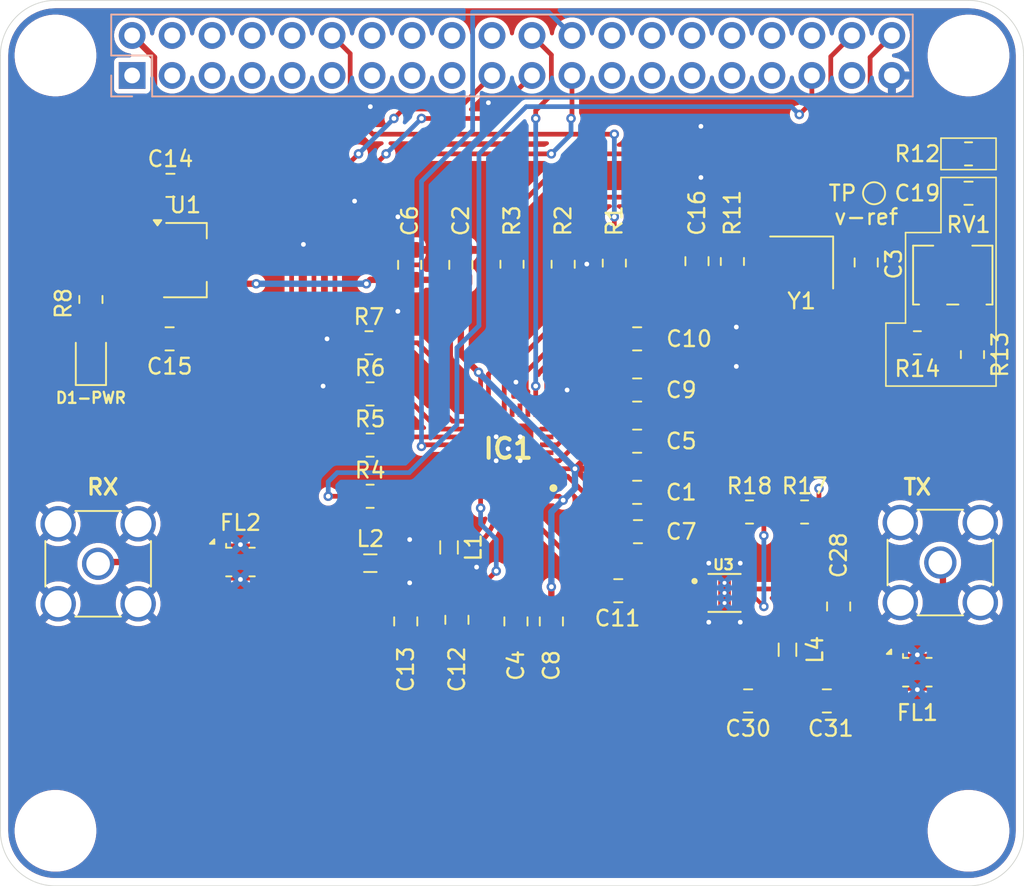
<source format=kicad_pcb>
(kicad_pcb (version 20241229) (generator "pcbnew") (generator_version "9.0")
  (title_block (date "2026-02-17") (rev "V2.1"))
  (layers (0 "F.Cu" signal) (2 "B.Cu" signal) (13 "F.Paste" user) (15 "B.Paste" user) (5 "F.SilkS" user "F.Silkscreen") (7 "B.SilkS" user "B.Silkscreen") (1 "F.Mask" user) (3 "B.Mask" user) (25 "Edge.Cuts" user))
  (net 0 "")
  (net 1 "+3V3")
  (net 2 "GND")
  (net 3 "Net-(IC1-VR_PA)")
  (net 4 "Net-(IC1-VR_ANAI)")
  (net 5 "Net-(IC1-VR_DIG)")
  (net 6 "Net-(IC1-RFO_P)")
  (net 7 "Net-(C11-Pad2)")
  (net 8 "Net-(IC1-RFO_N)")
  (net 9 "Net-(IC1-VR_ANA2)")
  (net 10 "Net-(D1-PWR1-A)")
  (net 11 "Net-(IC1-I_IN)")
  (net 12 "/TCXO")
  (net 13 "Net-(IC1-MISO)")
  (net 14 "Net-(IC1-SCK)")
  (net 18 "Net-(IC1-MOSI)")
  (net 19 "/RF-out")
  (net 20 "Net-(IC1-CK_OUT)")
  (net 21 "/DIO2")
  (net 22 "Net-(IC1-RFI)")
  (net 23 "/RST")
  (net 25 "Net-(IC1-I_OUT)")
  (net 26 "Net-(FL1-IN)")
  (net 38 "/I_OUT")
  (net 39 "/I_IN")
  (net 48 "Net-(FL1-OUT)")
  (net 49 "/SCK")
  (net 53 "/MISO")
  (net 55 "+5V")
  (net 61 "/MOSI")
  (net 62 "Net-(IC1-DIO2)")
  (net 63 "Net-(FL2-OUT)")
  (net 64 "Net-(FL2-IN)")
  (net 66 "unconnected-(IC1-DIO3-Pad24)")
  (net 67 "unconnected-(IC1-DIO0-Pad21)")
  (net 69 "/NSS")
  (net 70 "/CK_OUT")
  (net 71 "/SD")
  (net 72 "/S_D")
  (net 73 "Net-(Y1-Tri-State)")
  (net 74 "Net-(R13-Pad2)")
  (net 75 "Net-(R14-Pad1)")
  (footprint "Capacitor_SMD:C_0805_2012Metric" (layer "F.Cu") (at 140.45 94.75)
    (property "Reference" "C9")
    (property "Value" "100n" (hide yes))
  )
  (footprint "Capacitor_SMD:C_0805_2012Metric" (layer "F.Cu") (at 140.45 101.25)
    (property "Reference" "C1")
    (property "Value" "10n" (hide yes))
  )
  (footprint "Resistor_SMD:R_0805_2012Metric" (layer "F.Cu") (at 139 86.6875 90)
    (property "Reference" "R1")
    (property "Value" "100R" (hide yes))
  )
  (footprint "Resistor_SMD:R_0805_2012Metric" (layer "F.Cu") (at 161.5 79.75)
    (property "Reference" "R12")
    (property "Value" "0R" (hide yes))
  )
  (footprint "Resistor_SMD:R_0805_2012Metric" (layer "F.Cu") (at 132.5 86.7625 90)
    (property "Reference" "R3")
    (property "Value" "100R" (hide yes))
  )
  (footprint "Resistor_SMD:R_0805_2012Metric" (layer "F.Cu") (at 135.75 86.7625 90)
    (property "Reference" "R2")
    (property "Value" "100R" (hide yes))
  )
  (footprint "Resistor_SMD:R_0805_2012Metric" (layer "F.Cu") (at 161.75 92.5 90)
    (property "Reference" "R13")
    (property "Value" "8K2" (hide yes))
  )
  (footprint "Inductor_SMD:L_0805_2012Metric" (layer "F.Cu") (at 150 111.25 90)
    (property "Reference" "L4")
    (property "Value" "68nH" (hide yes))
  )
  (footprint "Capacitor_SMD:C_0805_2012Metric" (layer "F.Cu") (at 129 109.35 -90)
    (property "Reference" "C12")
    (property "Value" "27p" (hide yes))
  )
  (footprint "Filter:Filter_Mini-Circuits_FV1206" (layer "F.Cu") (at 115.25 105.6775)
    (property "Reference" "FL2")
    (property "Value" "LFCN-490" (hide yes))
  )
  (footprint "MountingHole:MountingHole_2.7mm_M2.5_DIN965" (layer "F.Cu") (at 161.5 122.75)
    (property "Reference" "H2" (hide yes))
    (property "Value" "MountingHole" (hide yes))
  )
  (footprint "Connector_Coaxial:SMA_Amphenol_901-144_Vertical" (layer "F.Cu") (at 159.71 105.71)
    (property "Reference" "J1" (hide yes))
    (property "Value" "TX_SMA")
  )
  (footprint "Resistor_SMD:R_0805_2012Metric" (layer "F.Cu") (at 146.5 86.5875 90)
    (property "Reference" "R11")
    (property "Value" "10K" (hide yes))
  )
  (footprint "Resistor_SMD:R_0805_2012Metric" (layer "F.Cu") (at 123.4875 95)
    (property "Reference" "R6")
    (property "Value" "100R" (hide yes))
  )
  (footprint "Capacitor_SMD:C_0805_2012Metric" (layer "F.Cu") (at 125.75 109.45 -90)
    (property "Reference" "C13")
    (property "Value" "100n" (hide yes))
  )
  (footprint "Capacitor_SMD:C_0805_2012Metric" (layer "F.Cu") (at 110.8 81.75)
    (property "Reference" "C14")
    (property "Value" "1u" (hide yes))
  )
  (footprint "Capacitor_SMD:C_0805_2012Metric" (layer "F.Cu") (at 132.75 109.45 -90)
    (property "Reference" "C4")
    (property "Value" "10n" (hide yes))
  )
  (footprint "Inductor_SMD:L_0805_2012Metric" (layer "F.Cu") (at 128.5 104.75 -90)
    (property "Reference" "L1")
    (property "Value" "82n" (hide yes))
  )
  (footprint "Resistor_SMD:R_0805_2012Metric" (layer "F.Cu") (at 158.25 91.75 180)
    (property "Reference" "R14")
    (property "Value" "15K" (hide yes))
  )
  (footprint "MountingHole:MountingHole_2.7mm_M2.5_DIN965" (layer "F.Cu") (at 161.5 73.5)
    (property "Reference" "H3" (hide yes))
    (property "Value" "MountingHole" (hide yes))
  )
  (footprint "Crystal:Crystal_SMD_3225-4Pin_3.2x2.5mm" (layer "F.Cu") (at 150.9 86.65 180)
    (property "Reference" "Y1")
    (property "Value" "36.864MHz / 38.40MHz" (hide yes))
  )
  (footprint "Capacitor_SMD:C_0805_2012Metric" (layer "F.Cu") (at 140.5 103.75)
    (property "Reference" "C7")
    (property "Value" "100n" (hide yes))
  )
  (footprint "Capacitor_SMD:C_0805_2012Metric" (layer "F.Cu") (at 139.25 107.5)
    (property "Reference" "C11")
    (property "Value" "100p" (hide yes))
  )
  (footprint "Capacitor_SMD:C_0805_2012Metric" (layer "F.Cu") (at 153.25 108.5 -90)
    (property "Reference" "C28")
    (property "Value" "100p" (hide yes))
  )
  (footprint "Capacitor_SMD:C_0805_2012Metric" (layer "F.Cu") (at 110.75 91.5)
    (property "Reference" "C15")
    (property "Value" "1u" (hide yes))
  )
  (footprint "TQP3M9036:SON50P200X200X95-9N" (layer "F.Cu") (at 146 107.64)
    (property "Reference" "U3")
    (property "Value" "TQP3M9036" (hide yes))
  )
  (footprint "Capacitor_SMD:C_0805_2012Metric" (layer "F.Cu") (at 161.5 82.25)
    (property "Reference" "C19")
    (property "Value" "100n" (hide yes))
  )
  (footprint "Resistor_SMD:R_0805_2012Metric" (layer "F.Cu") (at 123.4875 101.5)
    (property "Reference" "R4")
    (property "Value" "100R" (hide yes))
  )
  (footprint "parts:QFN50P500X500X80-33N-D" (layer "F.Cu") (at 132.256 98.482 180)
    (property "Reference" "IC1")
    (property "Value" "SX1255" (hide yes))
  )
  (footprint "TestPoint:TestPoint_Pad_D1.0mm" (layer "F.Cu") (at 155.5 82.25)
    (property "Reference" "TP")
    (property "Value" "v-ref")
  )
  (footprint "MountingHole:MountingHole_2.7mm_M2.5_DIN965" (layer "F.Cu") (at 103.5 73.5)
    (property "Reference" "H4" (hide yes))
    (property "Value" "MountingHole" (hide yes))
  )
  (footprint "Resistor_SMD:R_0805_2012Metric" (layer "F.Cu") (at 147.5875 102.5)
    (property "Reference" "R18")
    (property "Value" "10K" (hide yes))
  )
  (footprint "Filter:Filter_Mini-Circuits_FV1206" (layer "F.Cu") (at 158.25 112.6775)
    (property "Reference" "FL1")
    (property "Value" "LFCN-490" (hide yes))
  )
  (footprint "Resistor_SMD:R_0805_2012Metric" (layer "F.Cu") (at 105.75 89 -90)
    (property "Reference" "R8")
    (property "Value" "470R" (hide yes))
  )
  (footprint "Capacitor_SMD:C_0805_2012Metric" (layer "F.Cu") (at 147.5 114.5)
    (property "Reference" "C30")
    (property "Value" "1u" (hide yes))
  )
  (footprint "Capacitor_SMD:C_0805_2012Metric" (layer "F.Cu") (at 135 109.45 -90)
    (property "Reference" "C8")
    (property "Value" "100n" (hide yes))
  )
  (footprint "Resistor_SMD:R_0805_2012Metric" (layer "F.Cu") (at 151.0875 102.5)
    (property "Reference" "R17")
    (property "Value" "33K" (hide yes))
  )
  (footprint "Capacitor_SMD:C_0805_2012Metric" (layer "F.Cu") (at 152.5 114.5)
    (property "Reference" "C31")
    (property "Value" "100p" (hide yes))
  )
  (footprint "Capacitor_SMD:C_0805_2012Metric" (layer "F.Cu") (at 155 86.65 90)
    (property "Reference" "C3")
    (property "Value" "100n" (hide yes))
  )
  (footprint "Inductor_SMD:L_0805_2012Metric" (layer "F.Cu") (at 123.5 105.75)
    (property "Reference" "L2")
    (property "Value" "39n" (hide yes))
  )
  (footprint "Capacitor_SMD:C_0805_2012Metric" (layer "F.Cu") (at 129.25 86.8 90)
    (property "Reference" "C2")
    (property "Value" "10n" (hide yes))
  )
  (footprint "Capacitor_SMD:C_0805_2012Metric" (layer "F.Cu") (at 126 86.8 90)
    (property "Reference" "C6")
    (property "Value" "100n" (hide yes))
  )
  (footprint "MountingHole:MountingHole_2.7mm_M2.5_DIN965" (layer "F.Cu") (at 103.5 122.75)
    (property "Reference" "H1" (hide yes))
    (property "Value" "MountingHole" (hide yes))
  )
  (footprint "Potentiometer_SMD:Potentiometer_Bourns_3224W_Vertical" (layer "F.Cu") (at 160.5 87.45 180)
    (property "Reference" "RV1")
    (property "Value" "5K" (hide yes))
  )
  (footprint "Capacitor_SMD:C_0805_2012Metric" (layer "F.Cu") (at 144.25 86.5675 90)
    (property "Reference" "C16")
    (property "Value" "10p" (hide yes))
  )
  (footprint "Capacitor_SMD:C_0805_2012Metric" (layer "F.Cu") (at 140.45 98)
    (property "Reference" "C5")
    (property "Value" "100n" (hide yes))
  )
  (footprint "Resistor_SMD:R_0805_2012Metric" (layer "F.Cu") (at 123.4125 91.75)
    (property "Reference" "R7")
    (property "Value" "100R" (hide yes))
  )
  (footprint "Package_TO_SOT_SMD:SOT-89-3" (layer "F.Cu") (at 111.75 86.5)
    (property "Reference" "U1")
    (property "Value" "MCP1703Ax-330xxMB" (hide yes))
  )
  (footprint "Resistor_SMD:R_0805_2012Metric" (layer "F.Cu") (at 123.4875 98.25)
    (property "Reference" "R5")
    (property "Value" "100R" (hide yes))
  )
  (footprint "Capacitor_SMD:C_0805_2012Metric" (layer "F.Cu") (at 140.45 91.5)
    (property "Reference" "C10")
    (property "Value" "100n" (hide yes))
  )
  (footprint "Connector_Coaxial:SMA_Amphenol_901-144_Vertical" (layer "F.Cu") (at 106.21 105.79)
    (property "Reference" "J2" (hide yes))
    (property "Value" "RX_SMA")
  )
  (footprint "LED_SMD:LED_0805_2012Metric" (layer "F.Cu") (at 105.75 92.75 90)
    (property "Reference" "D1-PWR")
    (property "Value" "LED")
  )
  (footprint "Connector_PinSocket_2.54mm:PinSocket_2x20_P2.54mm_Vertical" (layer "B.Cu") (at 108.37 74.77 -90)
    (property "Reference" "J3" (hide yes))
    (property "Value" "RPi")
  )
  (gr_line (start 163.25 80.75) (end 163.25 78.75) (stroke (width 0.1)) (layer "F.SilkS"))
  (gr_line (start 163.25 94.5) (end 156.25 94.5) (stroke (width 0.1)) (layer "F.SilkS"))
  (gr_line (start 157.5 84.75) (end 159.75 84.75) (stroke (width 0.1)) (layer "F.SilkS"))
  (gr_line (start 163.25 78.75) (end 159.75 78.75) (stroke (width 0.1)) (layer "F.SilkS"))
  (gr_line (start 156.25 94.5) (end 156.25 90.5) (stroke (width 0.1)) (layer "F.SilkS"))
  (gr_line (start 163.25 81.25) (end 163.25 94.5) (stroke (width 0.1)) (layer "F.SilkS"))
  (gr_line (start 159.75 80.75) (end 163.25 80.75) (stroke (width 0.1)) (layer "F.SilkS"))
  (gr_line (start 157.5 90.5) (end 157.5 84.75) (stroke (width 0.1)) (layer "F.SilkS"))
  (gr_line (start 159.75 84.75) (end 159.75 81.25) (stroke (width 0.1)) (layer "F.SilkS"))
  (gr_line (start 159.75 78.75) (end 159.75 80.75) (stroke (width 0.1)) (layer "F.SilkS"))
  (gr_line (start 156.25 90.5) (end 157.5 90.5) (stroke (width 0.1)) (layer "F.SilkS"))
  (gr_line (start 159.75 81.25) (end 163.25 81.25) (stroke (width 0.1)) (layer "F.SilkS"))
  (gr_arc (start 100 73.5) (mid 101.025126 71.025126) (end 103.5 70) (stroke (width 0.05)) (layer "Edge.Cuts"))
  (gr_arc (start 165 122.75) (mid 163.974874 125.224874) (end 161.5 126.25) (stroke (width 0.05)) (layer "Edge.Cuts"))
  (gr_line (start 103.5 70) (end 161.5 70) (stroke (width 0.05)) (layer "Edge.Cuts"))
  (gr_arc (start 103.5 126.25) (mid 101.025126 125.224874) (end 100 122.75) (stroke (width 0.05)) (layer "Edge.Cuts"))
  (gr_arc (start 161.5 70) (mid 163.974874 71.025126) (end 165 73.5) (stroke (width 0.05)) (layer "Edge.Cuts"))
  (gr_line (start 161.5 126.25) (end 103.5 126.25) (stroke (width 0.05)) (layer "Edge.Cuts"))
  (gr_line (start 100 122.75) (end 100 73.5) (stroke (width 0.05)) (layer "Edge.Cuts"))
  (gr_line (start 165 73.5) (end 165 122.75) (stroke (width 0.05)) (layer "Edge.Cuts"))
  (gr_text "TX" (at 158.25 101.5 0) (layer "F.SilkS") (effects (font (size 1 1) (thickness 0.2) (bold yes)) (justify bottom)))
  (gr_text "RX" (at 106.5 101.5 0) (layer "F.SilkS") (effects (font (size 1 1) (thickness 0.2) (bold yes)) (justify bottom)))
  (via (at 152 101) (size 0.6) (drill 0.3) (layers "F.Cu" "B.Cu") (net 0))
  (segment (start 152 87.5) (end 154.9 87.5) (width 0.4) (layer "F.Cu") (net 1))
  (segment (start 109.8 88) (end 116.25 88) (width 0.4) (layer "F.Cu") (net 1))
  (segment (start 109.7125 88.0875) (end 109.8 88) (width 0.2) (layer "F.Cu") (net 1))
  (segment (start 136.5 99.75) (end 138.25 98) (width 0.4) (layer "F.Cu") (net 1))
  (segment (start 135.75 101.75) (end 135.5 101.5) (width 0.3) (layer "F.Cu") (net 1))
  (segment (start 123.25 88) (end 123.5 87.75) (width 0.4) (layer "F.Cu") (net 1))
  (segment (start 130.506 93.756) (end 130.375 93.625) (width 0.2) (layer "F.Cu") (net 1))
  (segment (start 157.3375 91.75) (end 157.3375 89.9375) (width 0.35) (layer "F.Cu") (net 1))
  (segment (start 134.25 101.5) (end 134.006 101.256) (width 0.3) (layer "F.Cu") (net 1))
  (segment (start 151.375 91.625) (end 152 91) (width 0.4) (layer "F.Cu") (net 1))
  (segment (start 136.5 99.75) (end 143.25 99.75) (width 0.4) (layer "F.Cu") (net 1))
  (segment (start 130.506 96.032) (end 130.506 93.756) (width 0.3) (layer "F.Cu") (net 1))
  (segment (start 105.75 88.0875) (end 109.7125 88.0875) (width 0.25) (layer "F.Cu") (net 1))
  (segment (start 134.006 101.256) (end 134.006 100.932) (width 0.2) (layer "F.Cu") (net 1))
  (segment (start 138.25 98) (end 139.5 98) (width 0.4) (layer "F.Cu") (net 1))
  (segment (start 129.25 92.5) (end 129.25 87.75) (width 0.4) (layer "F.Cu") (net 1))
  (segment (start 134.724 99.75) (end 134.706 99.732) (width 0.2) (layer "F.Cu") (net 1))
  (segment (start 157.3375 89.9375) (end 155 87.6) (width 0.35) (layer "F.Cu") (net 1))
  (segment (start 152 89.5) (end 152 87.5) (width 0.4) (layer "F.Cu") (net 1))
  (segment (start 143.25 99.75) (end 151.375 91.625) (width 0.4) (layer "F.Cu") (net 1))
  (segment (start 129.25 87.75) (end 126 87.75) (width 0.4) (layer "F.Cu") (net 1))
  (segment (start 123.5 87.75) (end 126 87.75) (width 0.4) (layer "F.Cu") (net 1))
  (segment (start 136.5 99.75) (end 134.724 99.75) (width 0.3) (layer "F.Cu") (net 1))
  (segment (start 136.5 99.75) (end 138 101.25) (width 0.4) (layer "F.Cu") (net 1))
  (segment (start 130.375 93.625) (end 129.25 92.5) (width 0.4) (layer "F.Cu") (net 1))
  (segment (start 154.9 87.5) (end 155 87.6) (width 0.2) (layer "F.Cu") (net 1))
  (segment (start 138 101.25) (end 139.5 101.25) (width 0.4) (layer "F.Cu") (net 1))
  (segment (start 135.5 101.5) (end 134.25 101.5) (width 0.3) (layer "F.Cu") (net 1))
  (segment (start 152 91) (end 152 89.5) (width 0.4) (layer "F.Cu") (net 1))
  (segment (start 132.75 108.5) (end 135 108.5) (width 0.4) (layer "F.Cu") (net 1))
  (segment (start 109.8 88) (end 109.8 91.5) (width 0.4) (layer "F.Cu") (net 1))
  (segment (start 135 107.25) (end 135 108.5) (width 0.4) (layer "F.Cu") (net 1))
  (via (at 130.375 93.625) (size 0.6) (drill 0.3) (layers "F.Cu" "B.Cu") (net 1))
  (via (at 136.5 99.75) (size 0.6) (drill 0.3) (layers "F.Cu" "B.Cu") (net 1))
  (via (at 116.25 88) (size 0.6) (drill 0.3) (layers "F.Cu" "B.Cu") (net 1))
  (via (at 135 107.25) (size 0.6) (drill 0.3) (layers "F.Cu" "B.Cu") (net 1))
  (via (at 135.75 101.75) (size 0.6) (drill 0.3) (layers "F.Cu" "B.Cu") (net 1))
  (via (at 123.25 88) (size 0.6) (drill 0.3) (layers "F.Cu" "B.Cu") (net 1))
  (segment (start 136.5 99.75) (end 136.5 101) (width 0.4) (layer "B.Cu") (net 1))
  (segment (start 116.25 88) (end 123.25 88) (width 0.4) (layer "B.Cu") (net 1))
  (segment (start 130.375 93.625) (end 136.5 99.75) (width 0.4) (layer "B.Cu") (net 1))
  (segment (start 135.75 101.75) (end 135 102.5) (width 0.4) (layer "B.Cu") (net 1))
  (segment (start 135 102.5) (end 135 107.25) (width 0.4) (layer "B.Cu") (net 1))
  (segment (start 136.5 101) (end 135.75 101.75) (width 0.4) (layer "B.Cu") (net 1))
  (segment (start 146.995 106.89) (end 146.995 105.755) (width 0.25) (layer "F.Cu") (net 2))
  (segment (start 132.006 99.756) (end 131.494 99.244) (width 0.2) (layer "F.Cu") (net 2))
  (segment (start 145.005 109.495) (end 145 109.5) (width 0.2) (layer "F.Cu") (net 2))
  (segment (start 134.706 98.732) (end 133.53 98.732) (width 0.2) (layer "F.Cu") (net 2))
  (segment (start 146.995 109.495) (end 147 109.5) (width 0.2) (layer "F.Cu") (net 2))
  (segment (start 145.005 105.755) (end 145 105.75) (width 0.2) (layer "F.Cu") (net 2))
  (segment (start 133.53 98.732) (end 133.018 99.244) (width 0.2) (layer "F.Cu") (net 2))
  (segment (start 133.506 100.932) (end 133.506 99.732) (width 0.2) (layer "F.Cu") (net 2))
  (segment (start 133.506 97.232) (end 133.018 97.72) (width 0.2) (layer "F.Cu") (net 2))
  (segment (start 145.005 106.89) (end 145.005 105.755) (width 0.25) (layer "F.Cu") (net 2))
  (segment (start 146.995 105.755) (end 147 105.75) (width 0.2) (layer "F.Cu") (net 2))
  (segment (start 134.706 97.232) (end 133.506 97.232) (width 0.2) (layer "F.Cu") (net 2))
  (segment (start 131.006 99.732) (end 131.494 99.244) (width 0.2) (layer "F.Cu") (net 2))
  (segment (start 146.995 108.39) (end 146.995 109.495) (width 0.25) (layer "F.Cu") (net 2))
  (segment (start 133.506 99.732) (end 133.018 99.244) (width 0.2) (layer "F.Cu") (net 2))
  (segment (start 131.006 100.932) (end 131.006 99.732) (width 0.2) (layer "F.Cu") (net 2))
  (segment (start 132.006 100.932) (end 132.006 99.756) (width 0.2) (layer "F.Cu") (net 2))
  (segment (start 145.005 108.39) (end 145.005 109.495) (width 0.25) (layer "F.Cu") (net 2))
  (via (at 122.5 82.75) (size 0.6) (drill 0.3) (layers "F.Cu" "B.Cu") (net 2))
  (via (at 123.5 76.75) (size 0.6) (drill 0.3) (layers "F.Cu" "B.Cu") (net 2))
  (via (at 133.018 99.244) (size 0.6) (drill 0.3) (layers "F.Cu" "B.Cu") (net 2))
  (via (at 147 109.5) (size 0.6) (drill 0.3) (layers "F.Cu" "B.Cu") (net 2))
  (via (at 125.25 89.75) (size 0.6) (drill 0.3) (layers "F.Cu" "B.Cu") (net 2))
  (via (at 131.494 99.244) (size 0.6) (drill 0.3) (layers "F.Cu" "B.Cu") (net 2))
  (via (at 131.494 97.72) (size 0.6) (drill 0.3) (layers "F.Cu" "B.Cu") (net 2))
  (via (at 146.75 93.25) (size 0.6) (drill 0.3) (layers "F.Cu" "B.Cu") (net 2))
  (via (at 147 105.75) (size 0.6) (drill 0.3) (layers "F.Cu" "B.Cu") (net 2))
  (via (at 136 94.75) (size 0.6) (drill 0.3) (layers "F.Cu" "B.Cu") (net 2))
  (via (at 119.25 85.5) (size 0.6) (drill 0.3) (layers "F.Cu" "B.Cu") (net 2))
  (via (at 144.5 81.25) (size 0.6) (drill 0.3) (layers "F.Cu" "B.Cu") (net 2))
  (via (at 126 104.25) (size 0.6) (drill 0.3) (layers "F.Cu" "B.Cu") (net 2))
  (via (at 145 105.75) (size 0.6) (drill 0.3) (layers "F.Cu" "B.Cu") (net 2))
  (via (at 130.25 106) (size 0.6) (drill 0.3) (layers "F.Cu" "B.Cu") (net 2))
  (via (at 144.5 78) (size 0.6) (drill 0.3) (layers "F.Cu" "B.Cu") (net 2))
  (via (at 125.25 83.75) (size 0.6) (drill 0.3) (layers "F.Cu" "B.Cu") (net 2))
  (via (at 120.5 94.5) (size 0.6) (drill 0.3) (layers "F.Cu" "B.Cu") (net 2))
  (via (at 145 109.5) (size 0.6) (drill 0.3) (layers "F.Cu" "B.Cu") (net 2))
  (via (at 146.75 90.75) (size 0.6) (drill 0.3) (layers "F.Cu" "B.Cu") (net 2))
  (via (at 132.256 98.482) (size 0.6) (drill 0.3) (layers "F.Cu" "B.Cu") (net 2))
  (via (at 133.018 97.72) (size 0.6) (drill 0.3) (layers "F.Cu" "B.Cu") (net 2))
  (via (at 126 107) (size 0.6) (drill 0.3) (layers "F.Cu" "B.Cu") (net 2))
  (via (at 132.75 94.25) (size 0.6) (drill 0.3) (layers "F.Cu" "B.Cu") (net 2))
  (via (at 137.25 86.75) (size 0.6) (drill 0.3) (layers "F.Cu" "B.Cu") (net 2))
  (via (at 120.75 91.5) (size 0.6) (drill 0.3) (layers "F.Cu" "B.Cu") (net 2))
  (via (at 131 76.5) (size 0.6) (drill 0.3) (layers "F.Cu" "B.Cu") (net 2))
  (segment (start 136.032 100.232) (end 139.55 103.75) (width 0.3) (layer "F.Cu") (net 3))
  (segment (start 134.706 100.232) (end 136.032 100.232) (width 0.3) (layer "F.Cu") (net 3))
  (segment (start 138.5 94.75) (end 139.5 94.75) (width 0.3) (layer "F.Cu") (net 4))
  (segment (start 138 95.25) (end 138.5 94.75) (width 0.3) (layer "F.Cu") (net 4))
  (segment (start 134.706 99.232) (end 134.724 99.25) (width 0.2) (layer "F.Cu") (net 4))
  (segment (start 135.5 99.25) (end 138 96.75) (width 0.3) (layer "F.Cu") (net 4))
  (segment (start 138 96.75) (end 138 95.25) (width 0.3) (layer "F.Cu") (net 4))
  (segment (start 134.724 99.25) (end 135.5 99.25) (width 0.3) (layer "F.Cu") (net 4))
  (segment (start 134.706 98.232) (end 135.383 98.232) (width 0.3) (layer "F.Cu") (net 5))
  (segment (start 137.25 92.5) (end 138.25 91.5) (width 0.3) (layer "F.Cu") (net 5))
  (segment (start 135.383 98.232) (end 137.25 96.365) (width 0.3) (layer "F.Cu") (net 5))
  (segment (start 138.25 91.5) (end 139.5 91.5) (width 0.3) (layer "F.Cu") (net 5))
  (segment (start 137.25 96.365) (end 137.25 92.5) (width 0.3) (layer "F.Cu") (net 5))
  (segment (start 133.456427 102.656427) (end 138.3 107.5) (width 0.3) (layer "F.Cu") (net 6))
  (segment (start 133.006 101.569) (end 133.006 100.932) (width 0.3) (layer "F.Cu") (net 6))
  (arc (start 133.006 101.569) (mid 133.123062 102.157511) (end 133.456427 102.656427) (width 0.3) (layer "F.Cu") (net 6))
  (segment (start 140.31 107.39) (end 140.2 107.5) (width 0.2) (layer "F.Cu") (net 7))
  (segment (start 145.005 107.39) (end 140.31 107.39) (width 0.3) (layer "F.Cu") (net 7))
  (segment (start 129 108.4) (end 130.15 107.25) (width 0.3) (layer "F.Cu") (net 8))
  (segment (start 131.5671 107.25) (end 132.506 106.3111) (width 0.3) (layer "F.Cu") (net 8))
  (segment (start 132.506 106.3111) (end 132.506 100.932) (width 0.3) (layer "F.Cu") (net 8))
  (segment (start 130.15 107.25) (end 131.5671 107.25) (width 0.3) (layer "F.Cu") (net 8))
  (segment (start 125.75 108.5) (end 127.5 106.75) (width 0.3) (layer "F.Cu") (net 9))
  (segment (start 131 106.75) (end 131.5 106.25) (width 0.3) (layer "F.Cu") (net 9))
  (segment (start 127.5 106.75) (end 131 106.75) (width 0.3) (layer "F.Cu") (net 9))
  (segment (start 130.506 102.25) (end 130.506 100.932) (width 0.3) (layer "F.Cu") (net 9))
  (via (at 130.506 102.25) (size 0.6) (drill 0.3) (layers "F.Cu" "B.Cu") (net 9))
  (via (at 131.5 106.25) (size 0.6) (drill 0.3) (layers "F.Cu" "B.Cu") (net 9))
  (segment (start 130.506 102.25) (end 130.506 103.256) (width 0.3) (layer "B.Cu") (net 9))
  (segment (start 130.506 103.256) (end 131.5 104.25) (width 0.3) (layer "B.Cu") (net 9))
  (segment (start 131.5 104.25) (end 131.5 106.25) (width 0.3) (layer "B.Cu") (net 9))
  (segment (start 105.75 89.9125) (end 105.75 91.8125) (width 0.25) (layer "F.Cu") (net 10))
  (segment (start 135.75 90) (end 132.006 93.744) (width 0.3) (layer "F.Cu") (net 11))
  (segment (start 132.006 93.744) (end 132.006 96.032) (width 0.3) (layer "F.Cu") (net 11))
  (segment (start 135.75 87.675) (end 135.75 90) (width 0.3) (layer "F.Cu") (net 11))
  (segment (start 149.775 87.475) (end 149.8 87.5) (width 0.2) (layer "F.Cu") (net 12))
  (segment (start 144.2675 87.5) (end 144.25 87.5175) (width 0.2) (layer "F.Cu") (net 12))
  (segment (start 146.5 87.5) (end 144.2675 87.5) (width 0.3) (layer "F.Cu") (net 12))
  (segment (start 144.25 87.5175) (end 142.5175 89.25) (width 0.3) (layer "F.Cu") (net 12))
  (segment (start 139.5 89.25) (end 134.706 94.044) (width 0.3) (layer "F.Cu") (net 12))
  (segment (start 142.5175 89.25) (end 139.5 89.25) (width 0.3) (layer "F.Cu") (net 12))
  (segment (start 134.706 94.044) (end 134.706 96.732) (width 0.3) (layer "F.Cu") (net 12))
  (segment (start 149.8 87.5) (end 146.5 87.5) (width 0.3) (layer "F.Cu") (net 12))
  (segment (start 125.575 95) (end 127.807 97.232) (width 0.3) (layer "F.Cu") (net 13))
  (segment (start 129.798764 97.224764) (end 129.806 97.232) (width 0.2) (layer "F.Cu") (net 13))
  (segment (start 127.807 97.232) (end 129.806 97.232) (width 0.3) (layer "F.Cu") (net 13))
  (segment (start 124.4 95) (end 125.575 95) (width 0.3) (layer "F.Cu") (net 13))
  (segment (start 127.75 95.75) (end 128.732 96.732) (width 0.3) (layer "F.Cu") (net 14))
  (segment (start 124.325 91.75) (end 126.5 91.75) (width 0.3) (layer "F.Cu") (net 14))
  (segment (start 128.732 96.732) (end 129.806 96.732) (width 0.3) (layer "F.Cu") (net 14))
  (segment (start 127.75 93) (end 127.75 95.75) (width 0.3) (layer "F.Cu") (net 14))
  (segment (start 126.5 91.75) (end 127.75 93) (width 0.3) (layer "F.Cu") (net 14))
  (segment (start 124.918 97.732) (end 124.4 98.25) (width 0.3) (layer "F.Cu") (net 18))
  (segment (start 129.806 97.732) (end 124.918 97.732) (width 0.3) (layer "F.Cu") (net 18))
  (segment (start 153.09 107.39) (end 153.25 107.55) (width 0.2) (layer "F.Cu") (net 19))
  (segment (start 146.995 107.39) (end 150 107.39) (width 0.3) (layer "F.Cu") (net 19))
  (segment (start 150 110.1875) (end 150 107.39) (width 0.4) (layer "F.Cu") (net 19))
  (segment (start 150 107.39) (end 153.09 107.39) (width 0.4) (layer "F.Cu") (net 19))
  (segment (start 133.405 93.595) (end 139 88) (width 0.3) (layer "F.Cu") (net 20))
  (segment (start 133.506 94.849943) (end 133.405 94.748943) (width 0.3) (layer "F.Cu") (net 20))
  (segment (start 133.506 96.032) (end 133.506 94.849943) (width 0.3) (layer "F.Cu") (net 20))
  (segment (start 133.405 94.748943) (end 133.405 93.595) (width 0.3) (layer "F.Cu") (net 20))
  (segment (start 139 88) (end 139 87.6) (width 0.3) (layer "F.Cu") (net 20))
  (segment (start 122.575 101.5) (end 120.825 101.5) (width 0.3) (layer "F.Cu") (net 21))
  (segment (start 151.55 76.45) (end 150.75 77.25) (width 0.3) (layer "F.Cu") (net 21))
  (segment (start 151.55 74.77) (end 151.55 76.45) (width 0.3) (layer "F.Cu") (net 21))
  (via (at 120.825 101.5) (size 0.6) (drill 0.3) (layers "F.Cu" "B.Cu") (net 21))
  (via (at 150.75 77.25) (size 0.6) (drill 0.3) (layers "F.Cu" "B.Cu") (net 21))
  (segment (start 125.967298 100) (end 129 96.967298) (width 0.3) (layer "B.Cu") (net 21))
  (segment (start 130.401 79.755057) (end 133.406057 76.75) (width 0.3) (layer "B.Cu") (net 21))
  (segment (start 133.406057 76.75) (end 150.25 76.75) (width 0.3) (layer "B.Cu") (net 21))
  (segment (start 121.4 100) (end 125.967298 100) (width 0.3) (layer "B.Cu") (net 21))
  (segment (start 129 96.967298) (end 129 92.0671) (width 0.3) (layer "B.Cu") (net 21))
  (segment (start 120.825 100.575) (end 121.4 100) (width 0.3) (layer "B.Cu") (net 21))
  (segment (start 150.25 76.75) (end 150.75 77.25) (width 0.3) (layer "B.Cu") (net 21))
  (segment (start 129 92.0671) (end 130.401 90.6661) (width 0.3) (layer "B.Cu") (net 21))
  (segment (start 130.401 90.6661) (end 130.401 79.755057) (width 0.3) (layer "B.Cu") (net 21))
  (segment (start 120.825 101.5) (end 120.825 100.575) (width 0.3) (layer "B.Cu") (net 21))
  (segment (start 124.5625 105.75) (end 128.4375 105.75) (width 0.4) (layer "F.Cu") (net 22))
  (segment (start 131.521457 100.947457) (end 131.506 100.932) (width 0.2) (layer "F.Cu") (net 22))
  (segment (start 130.631132 104.281366) (end 129.099999 105.8125) (width 0.3) (layer "F.Cu") (net 22))
  (segment (start 128.4375 105.75) (end 128.5 105.8125) (width 0.2) (layer "F.Cu") (net 22))
  (segment (start 129.099999 105.8125) (end 128.5 105.8125) (width 0.3) (layer "F.Cu") (net 22))
  (segment (start 131.5 100.938001) (end 131.506 100.932001) (width 0.2) (layer "F.Cu") (net 22))
  (segment (start 131.506 102.169249) (end 131.506 100.932) (width 0.3) (layer "F.Cu") (net 22))
  (arc (start 131.506 102.169249) (mid 131.278629 103.312318) (end 130.631132 104.281366) (width 0.3) (layer "F.Cu") (net 22))
  (segment (start 135 76) (end 135 73.46) (width 0.3) (layer "F.Cu") (net 23))
  (segment (start 134.006 77.5) (end 134.006 76.994) (width 0.3) (layer "F.Cu") (net 23))
  (segment (start 134.006 96.032) (end 134.006 94.5) (width 0.3) (layer "F.Cu") (net 23))
  (segment (start 134.006 76.994) (end 135 76) (width 0.3) (layer "F.Cu") (net 23))
  (segment (start 135 73.46) (end 133.77 72.23) (width 0.3) (layer "F.Cu") (net 23))
  (via (at 134.006 94.5) (size 0.6) (drill 0.3) (layers "F.Cu" "B.Cu") (net 23))
  (via (at 134.006 77.5) (size 0.6) (drill 0.3) (layers "F.Cu" "B.Cu") (net 23))
  (segment (start 134.006 94.5) (end 134.006 77.5) (width 0.3) (layer "B.Cu") (net 23))
  (segment (start 131.006 93.744) (end 132.5 92.25) (width 0.3) (layer "F.Cu") (net 25))
  (segment (start 132.5 92.25) (end 132.5 87.675) (width 0.3) (layer "F.Cu") (net 25))
  (segment (start 131.006 96.032) (end 131.006 93.744) (width 0.3) (layer "F.Cu") (net 25))
  (segment (start 153.3975 109.45) (end 153.25 109.45) (width 0.2) (layer "F.Cu") (net 26))
  (segment (start 156.625 112.6775) (end 153.3975 109.45) (width 0.4) (layer "F.Cu") (net 26))
  (segment (start 132.5 85.85) (end 132.5 83.5) (width 0.3) (layer "F.Cu") (net 38))
  (segment (start 152.75 73.57) (end 154.09 72.23) (width 0.3) (layer "F.Cu") (net 38))
  (segment (start 150.75 79.75) (end 152.75 77.75) (width 0.3) (layer "F.Cu") (net 38))
  (segment (start 152.75 77.75) (end 152.75 73.57) (width 0.3) (layer "F.Cu") (net 38))
  (segment (start 136.25 79.75) (end 150.75 79.75) (width 0.3) (layer "F.Cu") (net 38))
  (segment (start 132.5 83.5) (end 136.25 79.75) (width 0.3) (layer "F.Cu") (net 38))
  (segment (start 155.25 73.61) (end 156.63 72.23) (width 0.3) (layer "F.Cu") (net 39))
  (segment (start 135.75 85.85) (end 135.75 83.25) (width 0.3) (layer "F.Cu") (net 39))
  (segment (start 155.25 78) (end 155.25 73.61) (width 0.3) (layer "F.Cu") (net 39))
  (segment (start 150.75 82.5) (end 155.25 78) (width 0.3) (layer "F.Cu") (net 39))
  (segment (start 136.5 82.5) (end 150.75 82.5) (width 0.3) (layer "F.Cu") (net 39))
  (segment (start 135.75 83.25) (end 136.5 82.5) (width 0.3) (layer "F.Cu") (net 39))
  (segment (start 159.875 105.875) (end 159.71 105.71) (width 0.2) (layer "F.Cu") (net 48))
  (segment (start 159.875 112.6775) (end 159.875 105.875) (width 0.4) (layer "F.Cu") (net 48))
  (segment (start 126.5 79.75) (end 135 79.75) (width 0.3) (layer "F.Cu") (net 49))
  (segment (start 121.25 85) (end 126.5 79.75) (width 0.3) (layer "F.Cu") (net 49))
  (segment (start 136.31 75.19) (end 136.31 74.77) (width 0.2) (layer "F.Cu") (net 49))
  (segment (start 136.31 77.44) (end 136.25 77.5) (width 0.2) (layer "F.Cu") (net 49))
  (segment (start 136.31 74.77) (end 136.31 77.44) (width 0.3) (layer "F.Cu") (net 49))
  (segment (start 121.25 90.25) (end 121.25 85) (width 0.3) (layer "F.Cu") (net 49))
  (segment (start 121.25 90.5) (end 121.25 90.25) (width 0.3) (layer "F.Cu") (net 49))
  (segment (start 122.5 91.75) (end 121.25 90.5) (width 0.3) (layer "F.Cu") (net 49))
  (via (at 136.25 77.5) (size 0.6) (drill 0.3) (layers "F.Cu" "B.Cu") (net 49))
  (via (at 135 79.75) (size 0.6) (drill 0.3) (layers "F.Cu" "B.Cu") (net 49))
  (segment (start 135 79.75) (end 136.25 78.5) (width 0.3) (layer "B.Cu") (net 49))
  (segment (start 136.25 78.5) (end 136.25 77.5) (width 0.3) (layer "B.Cu") (net 49))
  (segment (start 122.575 95) (end 119.919 92.344) (width 0.3) (layer "F.Cu") (net 53))
  (segment (start 133.77 74.77) (end 131.04 77.5) (width 0.3) (layer "F.Cu") (net 53))
  (segment (start 119.919 92.344) (end 119.919 84.331) (width 0.3) (layer "F.Cu") (net 53))
  (segment (start 131.04 77.5) (end 126.75 77.5) (width 0.3) (layer "F.Cu") (net 53))
  (segment (start 119.919 84.331) (end 124.5 79.75) (width 0.3) (layer "F.Cu") (net 53))
  (via (at 124.5 79.75) (size 0.6) (drill 0.3) (layers "F.Cu" "B.Cu") (net 53))
  (via (at 126.75 77.5) (size 0.6) (drill 0.3) (layers "F.Cu" "B.Cu") (net 53))
  (segment (start 124.5 79.75) (end 126.75 77.5) (width 0.3) (layer "B.Cu") (net 53))
  (segment (start 109.75 81.65) (end 109.85 81.75) (width 0.2) (layer "F.Cu") (net 55))
  (segment (start 108.37 72.23) (end 109.759 73.619) (width 0.4) (layer "F.Cu") (net 55))
  (segment (start 150 114.5) (end 150 116) (width 0.5) (layer "F.Cu") (net 55))
  (segment (start 107 84.25) (end 105.25 84.25) (width 0.5) (layer "F.Cu") (net 55))
  (segment (start 101.5 117.5) (end 150 117.5) (width 0.5) (layer "F.Cu") (net 55))
  (segment (start 108 86.5) (end 109.8875 86.5) (width 0.5) (layer "F.Cu") (net 55))
  (segment (start 148.45 114.5) (end 150 114.5) (width 0.5) (layer "F.Cu") (net 55))
  (segment (start 107 84.25) (end 108 84.25) (width 0.5) (layer "F.Cu") (net 55))
  (segment (start 149.9375 112.25) (end 150 112.3125) (width 0.2) (layer "F.Cu") (net 55))
  (segment (start 151.55 114.5) (end 150 114.5) (width 0.5) (layer "F.Cu") (net 55))
  (segment (start 109.759 81.659) (end 108 81.659) (width 0.5) (layer "F.Cu") (net 55))
  (segment (start 101.5 88) (end 101.5 117.5) (width 0.5) (layer "F.Cu") (net 55))
  (segment (start 108 81.659) (end 108 84.25) (width 0.5) (layer "F.Cu") (net 55))
  (segment (start 109.759 81.659) (end 109.85 81.75) (width 0.2) (layer "F.Cu") (net 55))
  (segment (start 108 84.25) (end 108 86.5) (width 0.5) (layer "F.Cu") (net 55))
  (segment (start 105.25 84.25) (end 101.5 88) (width 0.5) (layer "F.Cu") (net 55))
  (segment (start 150 112.3125) (end 150 114.5) (width 0.5) (layer "F.Cu") (net 55))
  (segment (start 150 117.5) (end 150 116) (width 0.5) (layer "F.Cu") (net 55))
  (segment (start 109.759 73.619) (end 109.759 81.659) (width 0.4) (layer "F.Cu") (net 55))
  (segment (start 118.5 94.175) (end 118.5 84) (width 0.3) (layer "F.Cu") (net 61))
  (segment (start 131.23 74.77) (end 129.101 76.899) (width 0.3) (layer "F.Cu") (net 61))
  (segment (start 129.101 76.899) (end 125.601 76.899) (width 0.3) (layer "F.Cu") (net 61))
  (segment (start 118.5 84) (end 122.75 79.75) (width 0.3) (layer "F.Cu") (net 61))
  (segment (start 122.575 98.25) (end 118.5 94.175) (width 0.3) (layer "F.Cu") (net 61))
  (segment (start 125.601 76.899) (end 125 77.5) (width 0.3) (layer "F.Cu") (net 61))
  (via (at 125 77.5) (size 0.6) (drill 0.3) (layers "F.Cu" "B.Cu") (net 61))
  (via (at 122.75 79.75) (size 0.6) (drill 0.3) (layers "F.Cu" "B.Cu") (net 61))
  (segment (start 125 77.5) (end 122.75 79.75) (width 0.3) (layer "B.Cu") (net 61))
  (segment (start 129.268 99.732) (end 129.806 99.732) (width 0.3) (layer "F.Cu") (net 62))
  (segment (start 124.4 101.5) (end 127.5 101.5) (width 0.3) (layer "F.Cu") (net 62))
  (segment (start 127.5 101.5) (end 129.268 99.732) (width 0.3) (layer "F.Cu") (net 62))
  (segment (start 122.4375 105.75) (end 116.9475 105.75) (width 0.4) (layer "F.Cu") (net 63))
  (segment (start 116.9475 105.75) (end 116.875 105.6775) (width 0.2) (layer "F.Cu") (net 63))
  (segment (start 106.559602 105.6775) (end 106.54 105.657898) (width 0.2) (layer "F.Cu") (net 64))
  (segment (start 113.625 105.6775) (end 106.559602 105.6775) (width 0.4) (layer "F.Cu") (net 64))
  (segment (start 129.768 100.232) (end 129.806 100.232) (width 0.2) (layer "F.Cu") (net 66))
  (segment (start 129.788 98.75) (end 129.806 98.732) (width 0.2) (layer "F.Cu") (net 67))
  (segment (start 126.75 98.332) (end 126.85 98.232) (width 0.2) (layer "F.Cu") (net 69))
  (segment (start 126.85 98.232) (end 129.806 98.232) (width 0.3) (layer "F.Cu") (net 69))
  (via (at 126.75 98.332) (size 0.6) (drill 0.3) (layers "F.Cu" "B.Cu") (net 69))
  (segment (start 126.75 81.5) (end 126.75 98.332) (width 0.3) (layer "B.Cu") (net 69))
  (segment (start 136.31 72.23) (end 134.83 70.75) (width 0.3) (layer "B.Cu") (net 69))
  (segment (start 130 70.75) (end 130 78.25) (width 0.3) (layer "B.Cu") (net 69))
  (segment (start 130 78.25) (end 126.75 81.5) (width 0.3) (layer "B.Cu") (net 69))
  (segment (start 134.83 70.75) (end 130 70.75) (width 0.3) (layer "B.Cu") (net 69))
  (segment (start 123.65134 78.5) (end 122.221 77.06966) (width 0.3) (layer "F.Cu") (net 70))
  (segment (start 122.221 77.06966) (end 122.221 73.381) (width 0.3) (layer "F.Cu") (net 70))
  (segment (start 139 78.5) (end 123.65134 78.5) (width 0.3) (layer "F.Cu") (net 70))
  (segment (start 139 85.775) (end 139 83.75) (width 0.3) (layer "F.Cu") (net 70))
  (segment (start 122.221 73.381) (end 121.07 72.23) (width 0.3) (layer "F.Cu") (net 70))
  (via (at 139 83.75) (size 0.6) (drill 0.3) (layers "F.Cu" "B.Cu") (net 70))
  (via (at 139 78.5) (size 0.6) (drill 0.3) (layers "F.Cu" "B.Cu") (net 70))
  (segment (start 139 83.75) (end 139 78.5) (width 0.3) (layer "B.Cu") (net 70))
  (segment (start 139 83.75) (end 138.991212 83.741212) (width 0.2) (layer "B.Cu") (net 70))
  (segment (start 152 101) (end 152 102.5) (width 0.3) (layer "F.Cu") (net 71))
  (segment (start 148.5 102.5) (end 150.175 102.5) (width 0.3) (layer "F.Cu") (net 72))
  (segment (start 148.5 104) (end 148.5 102.5) (width 0.3) (layer "F.Cu") (net 72))
  (segment (start 147.89 107.89) (end 148.5 108.5) (width 0.25) (layer "F.Cu") (net 72))
  (segment (start 146.995 107.89) (end 147.89 107.89) (width 0.25) (layer "F.Cu") (net 72))
  (via (at 148.5 108.5) (size 0.6) (drill 0.3) (layers "F.Cu" "B.Cu") (net 72))
  (via (at 148.5 104) (size 0.6) (drill 0.3) (layers "F.Cu" "B.Cu") (net 72))
  (segment (start 148.5 104) (end 148.5 108.5) (width 0.3) (layer "B.Cu") (net 72))
  (segment (start 160.55 85.95) (end 160.5 86) (width 0.2) (layer "F.Cu") (net 73))
  (segment (start 160.5875 79.75) (end 160.5875 82.2125) (width 0.35) (layer "F.Cu") (net 73))
  (segment (start 152 85.75) (end 152 85.8) (width 0.2) (layer "F.Cu") (net 73))
  (segment (start 155.5 82.25) (end 160.55 82.25) (width 0.35) (layer "F.Cu") (net 73))
  (segment (start 160.5875 82.2125) (end 160.55 82.25) (width 0.2) (layer "F.Cu") (net 73))
  (segment (start 155.5 82.25) (end 152 85.75) (width 0.35) (layer "F.Cu") (net 73))
  (segment (start 160.55 82.25) (end 160.55 85.95) (width 0.35) (layer "F.Cu") (net 73))
  (segment (start 161.75 88.9) (end 161.75 91.5875) (width 0.35) (layer "F.Cu") (net 74))
  (segment (start 159.25 91.6625) (end 159.1625 91.75) (width 0.2) (layer "F.Cu") (net 75))
  (segment (start 159.25 88.9) (end 159.25 91.6625) (width 0.35) (layer "F.Cu") (net 75))
  (zone (net 2) (net_name "GND") (layers "F.Cu" "B.Cu") (connect_pads (clearance 0.3)) (min_thickness 0.25) (fill yes (thermal_gap 0.3) (thermal_bridge_width 0.5))
    (polygon (pts (xy 100 126.25) (xy 165 126.25) (xy 165 70) (xy 100 70)))
  )
)
</source>
